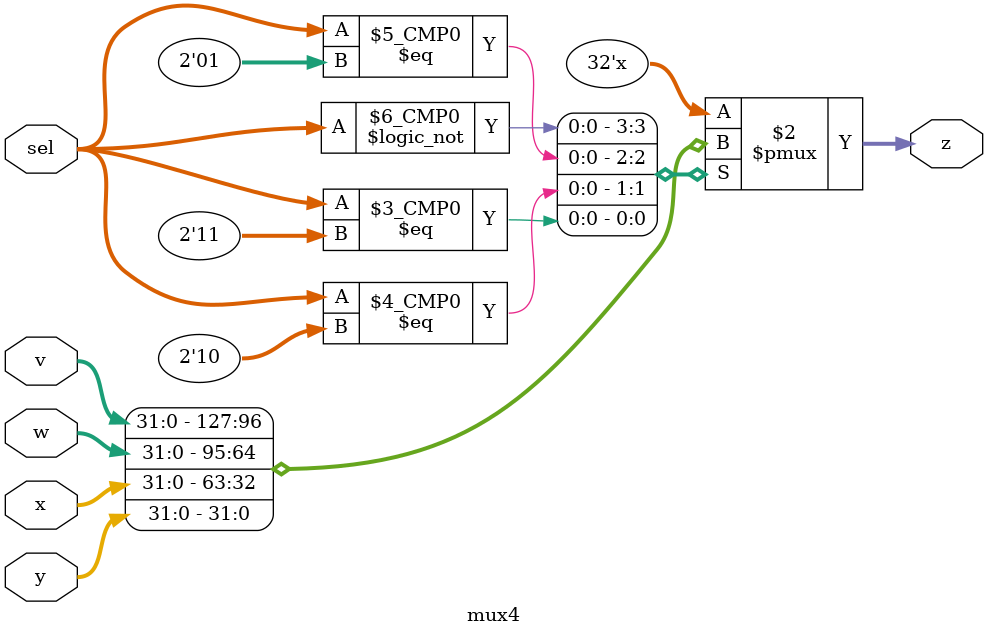
<source format=sv>

module mux4 #(
    parameter N = 32
)(
    input [N-1:0] v, // input 1
    input [N-1:0] w, // input 2
    input [N-1:0] x, // input 3
    input [N-1:0] y, // input 4
    input [1:0] sel, // select input
    output reg [N-1:0] z // output
);
    always @(v or w or x or y or sel) begin
        case (sel)
            2'b00: z = v;
            2'b01: z = w;
            2'b10: z = x;
            2'b11: z = y;
        endcase
    end
endmodule

</source>
